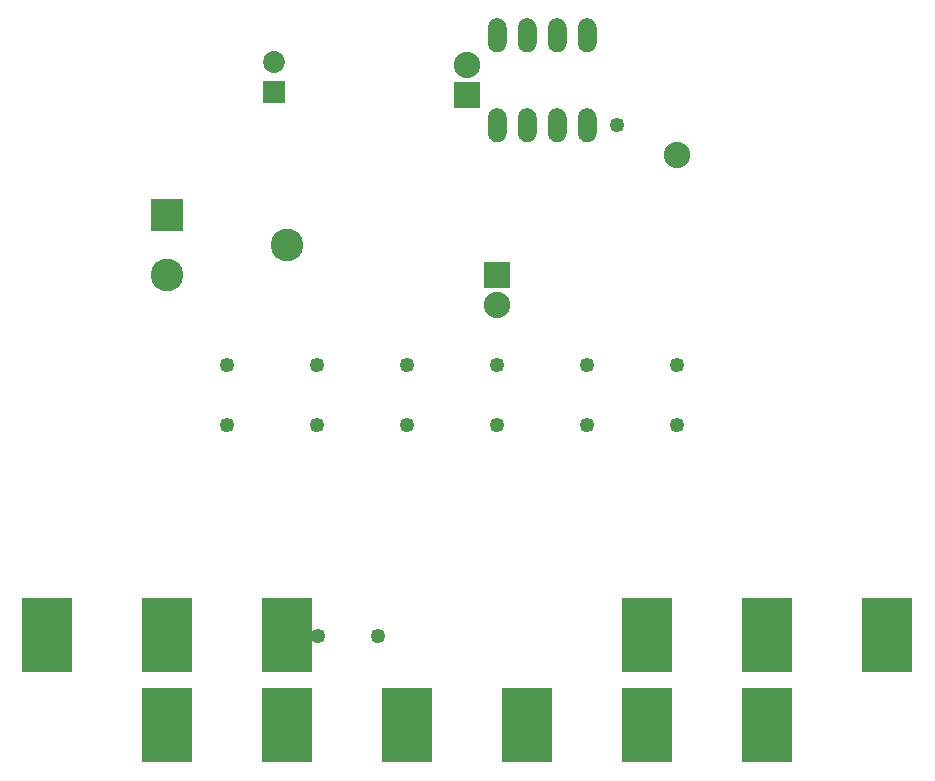
<source format=gbs>
G04 MADE WITH FRITZING*
G04 WWW.FRITZING.ORG*
G04 DOUBLE SIDED*
G04 HOLES PLATED*
G04 CONTOUR ON CENTER OF CONTOUR VECTOR*
%ASAXBY*%
%FSLAX23Y23*%
%MOIN*%
%OFA0B0*%
%SFA1.0B1.0*%
%ADD10C,0.049370*%
%ADD11C,0.109000*%
%ADD12C,0.088000*%
%ADD13C,0.072992*%
%ADD14C,0.062000*%
%ADD15R,0.109000X0.109000*%
%ADD16R,0.088000X0.088000*%
%ADD17R,0.072992X0.072992*%
%ADD18R,0.167480X0.246220*%
%ADD19R,0.001000X0.001000*%
%LNMASK0*%
G90*
G70*
G54D10*
X1299Y449D03*
X1099Y449D03*
G54D11*
X598Y1650D03*
X598Y1850D03*
X998Y1750D03*
G54D12*
X2298Y2050D03*
X2298Y2050D03*
X1598Y2250D03*
X1598Y2350D03*
G54D10*
X2098Y2150D03*
X798Y1350D03*
X798Y1150D03*
X1098Y1350D03*
X1098Y1150D03*
X1398Y1350D03*
X1398Y1150D03*
X1698Y1350D03*
X1698Y1150D03*
X1998Y1350D03*
X1998Y1150D03*
X2298Y1350D03*
X2298Y1150D03*
G54D13*
X953Y2262D03*
X953Y2361D03*
X953Y2262D03*
X953Y2361D03*
G54D14*
X1698Y2150D03*
X1798Y2150D03*
X1798Y2450D03*
X1698Y2450D03*
X1898Y2150D03*
X1998Y2150D03*
X1898Y2450D03*
X1998Y2450D03*
G54D12*
X1698Y1650D03*
X1698Y1550D03*
G54D15*
X598Y1850D03*
G54D16*
X1598Y2250D03*
G54D17*
X953Y2262D03*
X953Y2262D03*
G54D18*
X198Y450D03*
X598Y150D03*
X598Y450D03*
X998Y150D03*
X998Y450D03*
X1398Y150D03*
X2198Y450D03*
X1798Y150D03*
X2598Y450D03*
X2198Y150D03*
X2998Y450D03*
X2598Y150D03*
G54D16*
X1698Y1650D03*
G54D19*
X1692Y2507D02*
X1703Y2507D01*
X1792Y2507D02*
X1803Y2507D01*
X1892Y2507D02*
X1903Y2507D01*
X1992Y2507D02*
X2002Y2507D01*
X1688Y2506D02*
X1706Y2506D01*
X1788Y2506D02*
X1806Y2506D01*
X1888Y2506D02*
X1906Y2506D01*
X1988Y2506D02*
X2006Y2506D01*
X1685Y2505D02*
X1709Y2505D01*
X1785Y2505D02*
X1809Y2505D01*
X1885Y2505D02*
X1909Y2505D01*
X1985Y2505D02*
X2009Y2505D01*
X1683Y2504D02*
X1711Y2504D01*
X1783Y2504D02*
X1811Y2504D01*
X1883Y2504D02*
X1911Y2504D01*
X1983Y2504D02*
X2011Y2504D01*
X1682Y2503D02*
X1713Y2503D01*
X1782Y2503D02*
X1813Y2503D01*
X1882Y2503D02*
X1913Y2503D01*
X1982Y2503D02*
X2013Y2503D01*
X1680Y2502D02*
X1714Y2502D01*
X1780Y2502D02*
X1814Y2502D01*
X1880Y2502D02*
X1914Y2502D01*
X1980Y2502D02*
X2014Y2502D01*
X1679Y2501D02*
X1716Y2501D01*
X1779Y2501D02*
X1816Y2501D01*
X1879Y2501D02*
X1916Y2501D01*
X1979Y2501D02*
X2016Y2501D01*
X1677Y2500D02*
X1717Y2500D01*
X1777Y2500D02*
X1817Y2500D01*
X1877Y2500D02*
X1917Y2500D01*
X1977Y2500D02*
X2017Y2500D01*
X1676Y2499D02*
X1718Y2499D01*
X1776Y2499D02*
X1818Y2499D01*
X1876Y2499D02*
X1918Y2499D01*
X1976Y2499D02*
X2018Y2499D01*
X1675Y2498D02*
X1719Y2498D01*
X1775Y2498D02*
X1819Y2498D01*
X1875Y2498D02*
X1919Y2498D01*
X1975Y2498D02*
X2019Y2498D01*
X1674Y2497D02*
X1720Y2497D01*
X1774Y2497D02*
X1820Y2497D01*
X1874Y2497D02*
X1920Y2497D01*
X1974Y2497D02*
X2020Y2497D01*
X1674Y2496D02*
X1721Y2496D01*
X1774Y2496D02*
X1821Y2496D01*
X1873Y2496D02*
X1921Y2496D01*
X1973Y2496D02*
X2021Y2496D01*
X1673Y2495D02*
X1722Y2495D01*
X1773Y2495D02*
X1822Y2495D01*
X1873Y2495D02*
X1921Y2495D01*
X1973Y2495D02*
X2021Y2495D01*
X1672Y2494D02*
X1722Y2494D01*
X1772Y2494D02*
X1822Y2494D01*
X1872Y2494D02*
X1922Y2494D01*
X1972Y2494D02*
X2022Y2494D01*
X1671Y2493D02*
X1723Y2493D01*
X1771Y2493D02*
X1823Y2493D01*
X1871Y2493D02*
X1923Y2493D01*
X1971Y2493D02*
X2023Y2493D01*
X1671Y2492D02*
X1723Y2492D01*
X1771Y2492D02*
X1823Y2492D01*
X1871Y2492D02*
X1923Y2492D01*
X1971Y2492D02*
X2023Y2492D01*
X1670Y2491D02*
X1724Y2491D01*
X1770Y2491D02*
X1824Y2491D01*
X1870Y2491D02*
X1924Y2491D01*
X1970Y2491D02*
X2024Y2491D01*
X1670Y2490D02*
X1725Y2490D01*
X1770Y2490D02*
X1824Y2490D01*
X1870Y2490D02*
X1924Y2490D01*
X1970Y2490D02*
X2024Y2490D01*
X1669Y2489D02*
X1725Y2489D01*
X1769Y2489D02*
X1825Y2489D01*
X1869Y2489D02*
X1925Y2489D01*
X1969Y2489D02*
X2025Y2489D01*
X1669Y2488D02*
X1725Y2488D01*
X1769Y2488D02*
X1825Y2488D01*
X1869Y2488D02*
X1925Y2488D01*
X1969Y2488D02*
X2025Y2488D01*
X1669Y2487D02*
X1726Y2487D01*
X1769Y2487D02*
X1826Y2487D01*
X1869Y2487D02*
X1926Y2487D01*
X1969Y2487D02*
X2026Y2487D01*
X1668Y2486D02*
X1726Y2486D01*
X1768Y2486D02*
X1826Y2486D01*
X1868Y2486D02*
X1926Y2486D01*
X1968Y2486D02*
X2026Y2486D01*
X1668Y2485D02*
X1726Y2485D01*
X1768Y2485D02*
X1826Y2485D01*
X1868Y2485D02*
X1926Y2485D01*
X1968Y2485D02*
X2026Y2485D01*
X1668Y2484D02*
X1727Y2484D01*
X1768Y2484D02*
X1827Y2484D01*
X1868Y2484D02*
X1927Y2484D01*
X1968Y2484D02*
X2027Y2484D01*
X1667Y2483D02*
X1727Y2483D01*
X1767Y2483D02*
X1827Y2483D01*
X1867Y2483D02*
X1927Y2483D01*
X1967Y2483D02*
X2027Y2483D01*
X1667Y2482D02*
X1727Y2482D01*
X1767Y2482D02*
X1827Y2482D01*
X1867Y2482D02*
X1927Y2482D01*
X1967Y2482D02*
X2027Y2482D01*
X1667Y2481D02*
X1727Y2481D01*
X1767Y2481D02*
X1827Y2481D01*
X1867Y2481D02*
X1927Y2481D01*
X1967Y2481D02*
X2027Y2481D01*
X1667Y2480D02*
X1727Y2480D01*
X1767Y2480D02*
X1827Y2480D01*
X1867Y2480D02*
X1927Y2480D01*
X1967Y2480D02*
X2027Y2480D01*
X1667Y2479D02*
X1728Y2479D01*
X1767Y2479D02*
X1828Y2479D01*
X1867Y2479D02*
X1927Y2479D01*
X1967Y2479D02*
X2027Y2479D01*
X1667Y2478D02*
X1728Y2478D01*
X1767Y2478D02*
X1828Y2478D01*
X1867Y2478D02*
X1928Y2478D01*
X1967Y2478D02*
X2028Y2478D01*
X1667Y2477D02*
X1728Y2477D01*
X1767Y2477D02*
X1828Y2477D01*
X1867Y2477D02*
X1928Y2477D01*
X1967Y2477D02*
X2028Y2477D01*
X1667Y2476D02*
X1728Y2476D01*
X1767Y2476D02*
X1828Y2476D01*
X1867Y2476D02*
X1928Y2476D01*
X1967Y2476D02*
X2028Y2476D01*
X1667Y2475D02*
X1728Y2475D01*
X1767Y2475D02*
X1828Y2475D01*
X1867Y2475D02*
X1928Y2475D01*
X1967Y2475D02*
X2028Y2475D01*
X1667Y2474D02*
X1728Y2474D01*
X1767Y2474D02*
X1828Y2474D01*
X1867Y2474D02*
X1928Y2474D01*
X1967Y2474D02*
X2028Y2474D01*
X1667Y2473D02*
X1728Y2473D01*
X1767Y2473D02*
X1828Y2473D01*
X1867Y2473D02*
X1928Y2473D01*
X1967Y2473D02*
X2028Y2473D01*
X1667Y2472D02*
X1728Y2472D01*
X1767Y2472D02*
X1828Y2472D01*
X1867Y2472D02*
X1928Y2472D01*
X1967Y2472D02*
X2028Y2472D01*
X1667Y2471D02*
X1728Y2471D01*
X1767Y2471D02*
X1828Y2471D01*
X1867Y2471D02*
X1928Y2471D01*
X1967Y2471D02*
X2028Y2471D01*
X1667Y2470D02*
X1728Y2470D01*
X1767Y2470D02*
X1828Y2470D01*
X1867Y2470D02*
X1928Y2470D01*
X1967Y2470D02*
X2028Y2470D01*
X1667Y2469D02*
X1728Y2469D01*
X1767Y2469D02*
X1828Y2469D01*
X1867Y2469D02*
X1928Y2469D01*
X1967Y2469D02*
X2028Y2469D01*
X1667Y2468D02*
X1728Y2468D01*
X1767Y2468D02*
X1828Y2468D01*
X1867Y2468D02*
X1928Y2468D01*
X1967Y2468D02*
X2028Y2468D01*
X1667Y2467D02*
X1728Y2467D01*
X1767Y2467D02*
X1828Y2467D01*
X1867Y2467D02*
X1928Y2467D01*
X1967Y2467D02*
X2028Y2467D01*
X1667Y2466D02*
X1728Y2466D01*
X1767Y2466D02*
X1828Y2466D01*
X1867Y2466D02*
X1928Y2466D01*
X1967Y2466D02*
X2028Y2466D01*
X1667Y2465D02*
X1728Y2465D01*
X1767Y2465D02*
X1828Y2465D01*
X1867Y2465D02*
X1928Y2465D01*
X1967Y2465D02*
X2028Y2465D01*
X1667Y2464D02*
X1728Y2464D01*
X1767Y2464D02*
X1828Y2464D01*
X1867Y2464D02*
X1928Y2464D01*
X1967Y2464D02*
X2028Y2464D01*
X1667Y2463D02*
X1728Y2463D01*
X1767Y2463D02*
X1828Y2463D01*
X1867Y2463D02*
X1928Y2463D01*
X1967Y2463D02*
X2028Y2463D01*
X1667Y2462D02*
X1728Y2462D01*
X1767Y2462D02*
X1828Y2462D01*
X1867Y2462D02*
X1928Y2462D01*
X1967Y2462D02*
X2028Y2462D01*
X1667Y2461D02*
X1693Y2461D01*
X1701Y2461D02*
X1728Y2461D01*
X1767Y2461D02*
X1793Y2461D01*
X1801Y2461D02*
X1828Y2461D01*
X1867Y2461D02*
X1893Y2461D01*
X1901Y2461D02*
X1928Y2461D01*
X1967Y2461D02*
X1993Y2461D01*
X2001Y2461D02*
X2028Y2461D01*
X1667Y2460D02*
X1691Y2460D01*
X1703Y2460D02*
X1728Y2460D01*
X1767Y2460D02*
X1791Y2460D01*
X1803Y2460D02*
X1828Y2460D01*
X1867Y2460D02*
X1891Y2460D01*
X1903Y2460D02*
X1928Y2460D01*
X1967Y2460D02*
X1991Y2460D01*
X2003Y2460D02*
X2028Y2460D01*
X1667Y2459D02*
X1690Y2459D01*
X1705Y2459D02*
X1728Y2459D01*
X1767Y2459D02*
X1790Y2459D01*
X1805Y2459D02*
X1828Y2459D01*
X1867Y2459D02*
X1890Y2459D01*
X1905Y2459D02*
X1928Y2459D01*
X1967Y2459D02*
X1990Y2459D01*
X2005Y2459D02*
X2028Y2459D01*
X1667Y2458D02*
X1689Y2458D01*
X1706Y2458D02*
X1728Y2458D01*
X1767Y2458D02*
X1789Y2458D01*
X1806Y2458D02*
X1828Y2458D01*
X1867Y2458D02*
X1889Y2458D01*
X1906Y2458D02*
X1928Y2458D01*
X1967Y2458D02*
X1988Y2458D01*
X2006Y2458D02*
X2028Y2458D01*
X1667Y2457D02*
X1688Y2457D01*
X1707Y2457D02*
X1728Y2457D01*
X1767Y2457D02*
X1788Y2457D01*
X1807Y2457D02*
X1828Y2457D01*
X1867Y2457D02*
X1888Y2457D01*
X1907Y2457D02*
X1928Y2457D01*
X1967Y2457D02*
X1988Y2457D01*
X2007Y2457D02*
X2028Y2457D01*
X1667Y2456D02*
X1687Y2456D01*
X1707Y2456D02*
X1728Y2456D01*
X1767Y2456D02*
X1787Y2456D01*
X1807Y2456D02*
X1828Y2456D01*
X1867Y2456D02*
X1887Y2456D01*
X1907Y2456D02*
X1928Y2456D01*
X1967Y2456D02*
X1987Y2456D01*
X2007Y2456D02*
X2028Y2456D01*
X1667Y2455D02*
X1687Y2455D01*
X1708Y2455D02*
X1728Y2455D01*
X1767Y2455D02*
X1786Y2455D01*
X1808Y2455D02*
X1828Y2455D01*
X1867Y2455D02*
X1886Y2455D01*
X1908Y2455D02*
X1928Y2455D01*
X1967Y2455D02*
X1986Y2455D01*
X2008Y2455D02*
X2028Y2455D01*
X1667Y2454D02*
X1686Y2454D01*
X1708Y2454D02*
X1728Y2454D01*
X1767Y2454D02*
X1786Y2454D01*
X1808Y2454D02*
X1828Y2454D01*
X1867Y2454D02*
X1886Y2454D01*
X1908Y2454D02*
X1928Y2454D01*
X1967Y2454D02*
X1986Y2454D01*
X2008Y2454D02*
X2028Y2454D01*
X1667Y2453D02*
X1686Y2453D01*
X1708Y2453D02*
X1728Y2453D01*
X1767Y2453D02*
X1786Y2453D01*
X1808Y2453D02*
X1828Y2453D01*
X1867Y2453D02*
X1886Y2453D01*
X1908Y2453D02*
X1928Y2453D01*
X1967Y2453D02*
X1986Y2453D01*
X2008Y2453D02*
X2028Y2453D01*
X1667Y2452D02*
X1686Y2452D01*
X1709Y2452D02*
X1728Y2452D01*
X1767Y2452D02*
X1786Y2452D01*
X1809Y2452D02*
X1828Y2452D01*
X1867Y2452D02*
X1886Y2452D01*
X1909Y2452D02*
X1928Y2452D01*
X1967Y2452D02*
X1986Y2452D01*
X2008Y2452D02*
X2028Y2452D01*
X1667Y2451D02*
X1686Y2451D01*
X1709Y2451D02*
X1728Y2451D01*
X1767Y2451D02*
X1786Y2451D01*
X1809Y2451D02*
X1828Y2451D01*
X1867Y2451D02*
X1886Y2451D01*
X1909Y2451D02*
X1928Y2451D01*
X1967Y2451D02*
X1986Y2451D01*
X2009Y2451D02*
X2028Y2451D01*
X1667Y2450D02*
X1686Y2450D01*
X1709Y2450D02*
X1728Y2450D01*
X1767Y2450D02*
X1786Y2450D01*
X1809Y2450D02*
X1828Y2450D01*
X1867Y2450D02*
X1886Y2450D01*
X1909Y2450D02*
X1928Y2450D01*
X1967Y2450D02*
X1986Y2450D01*
X2009Y2450D02*
X2028Y2450D01*
X1667Y2449D02*
X1686Y2449D01*
X1709Y2449D02*
X1728Y2449D01*
X1767Y2449D02*
X1786Y2449D01*
X1809Y2449D02*
X1828Y2449D01*
X1867Y2449D02*
X1886Y2449D01*
X1908Y2449D02*
X1928Y2449D01*
X1967Y2449D02*
X1986Y2449D01*
X2008Y2449D02*
X2028Y2449D01*
X1667Y2448D02*
X1686Y2448D01*
X1708Y2448D02*
X1728Y2448D01*
X1767Y2448D02*
X1786Y2448D01*
X1808Y2448D02*
X1828Y2448D01*
X1867Y2448D02*
X1886Y2448D01*
X1908Y2448D02*
X1928Y2448D01*
X1967Y2448D02*
X1986Y2448D01*
X2008Y2448D02*
X2028Y2448D01*
X1667Y2447D02*
X1686Y2447D01*
X1708Y2447D02*
X1728Y2447D01*
X1767Y2447D02*
X1786Y2447D01*
X1808Y2447D02*
X1828Y2447D01*
X1867Y2447D02*
X1886Y2447D01*
X1908Y2447D02*
X1928Y2447D01*
X1967Y2447D02*
X1986Y2447D01*
X2008Y2447D02*
X2028Y2447D01*
X1667Y2446D02*
X1687Y2446D01*
X1708Y2446D02*
X1728Y2446D01*
X1767Y2446D02*
X1787Y2446D01*
X1808Y2446D02*
X1828Y2446D01*
X1867Y2446D02*
X1887Y2446D01*
X1908Y2446D02*
X1928Y2446D01*
X1967Y2446D02*
X1987Y2446D01*
X2008Y2446D02*
X2028Y2446D01*
X1667Y2445D02*
X1687Y2445D01*
X1707Y2445D02*
X1728Y2445D01*
X1767Y2445D02*
X1787Y2445D01*
X1807Y2445D02*
X1828Y2445D01*
X1867Y2445D02*
X1887Y2445D01*
X1907Y2445D02*
X1928Y2445D01*
X1967Y2445D02*
X1987Y2445D01*
X2007Y2445D02*
X2028Y2445D01*
X1667Y2444D02*
X1688Y2444D01*
X1706Y2444D02*
X1728Y2444D01*
X1767Y2444D02*
X1788Y2444D01*
X1806Y2444D02*
X1828Y2444D01*
X1867Y2444D02*
X1888Y2444D01*
X1906Y2444D02*
X1928Y2444D01*
X1967Y2444D02*
X1988Y2444D01*
X2006Y2444D02*
X2028Y2444D01*
X1667Y2443D02*
X1689Y2443D01*
X1706Y2443D02*
X1728Y2443D01*
X1767Y2443D02*
X1789Y2443D01*
X1806Y2443D02*
X1828Y2443D01*
X1867Y2443D02*
X1889Y2443D01*
X1906Y2443D02*
X1928Y2443D01*
X1967Y2443D02*
X1989Y2443D01*
X2005Y2443D02*
X2028Y2443D01*
X1667Y2442D02*
X1690Y2442D01*
X1704Y2442D02*
X1728Y2442D01*
X1767Y2442D02*
X1790Y2442D01*
X1804Y2442D02*
X1828Y2442D01*
X1867Y2442D02*
X1890Y2442D01*
X1904Y2442D02*
X1928Y2442D01*
X1967Y2442D02*
X1990Y2442D01*
X2004Y2442D02*
X2028Y2442D01*
X1667Y2441D02*
X1691Y2441D01*
X1703Y2441D02*
X1728Y2441D01*
X1767Y2441D02*
X1791Y2441D01*
X1803Y2441D02*
X1828Y2441D01*
X1867Y2441D02*
X1891Y2441D01*
X1903Y2441D02*
X1928Y2441D01*
X1967Y2441D02*
X1991Y2441D01*
X2003Y2441D02*
X2028Y2441D01*
X1667Y2440D02*
X1694Y2440D01*
X1701Y2440D02*
X1728Y2440D01*
X1767Y2440D02*
X1794Y2440D01*
X1801Y2440D02*
X1828Y2440D01*
X1867Y2440D02*
X1894Y2440D01*
X1901Y2440D02*
X1928Y2440D01*
X1967Y2440D02*
X1994Y2440D01*
X2001Y2440D02*
X2028Y2440D01*
X1667Y2439D02*
X1728Y2439D01*
X1767Y2439D02*
X1828Y2439D01*
X1867Y2439D02*
X1928Y2439D01*
X1967Y2439D02*
X2028Y2439D01*
X1667Y2438D02*
X1728Y2438D01*
X1767Y2438D02*
X1828Y2438D01*
X1867Y2438D02*
X1928Y2438D01*
X1967Y2438D02*
X2028Y2438D01*
X1667Y2437D02*
X1728Y2437D01*
X1767Y2437D02*
X1828Y2437D01*
X1867Y2437D02*
X1928Y2437D01*
X1967Y2437D02*
X2028Y2437D01*
X1667Y2436D02*
X1728Y2436D01*
X1767Y2436D02*
X1828Y2436D01*
X1867Y2436D02*
X1928Y2436D01*
X1967Y2436D02*
X2028Y2436D01*
X1667Y2435D02*
X1728Y2435D01*
X1767Y2435D02*
X1828Y2435D01*
X1867Y2435D02*
X1928Y2435D01*
X1967Y2435D02*
X2028Y2435D01*
X1667Y2434D02*
X1728Y2434D01*
X1767Y2434D02*
X1828Y2434D01*
X1867Y2434D02*
X1928Y2434D01*
X1967Y2434D02*
X2028Y2434D01*
X1667Y2433D02*
X1728Y2433D01*
X1767Y2433D02*
X1828Y2433D01*
X1867Y2433D02*
X1928Y2433D01*
X1967Y2433D02*
X2028Y2433D01*
X1667Y2432D02*
X1728Y2432D01*
X1767Y2432D02*
X1828Y2432D01*
X1867Y2432D02*
X1928Y2432D01*
X1967Y2432D02*
X2028Y2432D01*
X1667Y2431D02*
X1728Y2431D01*
X1767Y2431D02*
X1828Y2431D01*
X1867Y2431D02*
X1928Y2431D01*
X1967Y2431D02*
X2028Y2431D01*
X1667Y2430D02*
X1728Y2430D01*
X1767Y2430D02*
X1828Y2430D01*
X1867Y2430D02*
X1928Y2430D01*
X1967Y2430D02*
X2028Y2430D01*
X1667Y2429D02*
X1728Y2429D01*
X1767Y2429D02*
X1828Y2429D01*
X1867Y2429D02*
X1928Y2429D01*
X1967Y2429D02*
X2028Y2429D01*
X1667Y2428D02*
X1728Y2428D01*
X1767Y2428D02*
X1828Y2428D01*
X1867Y2428D02*
X1928Y2428D01*
X1967Y2428D02*
X2028Y2428D01*
X1667Y2427D02*
X1728Y2427D01*
X1767Y2427D02*
X1828Y2427D01*
X1867Y2427D02*
X1928Y2427D01*
X1967Y2427D02*
X2028Y2427D01*
X1667Y2426D02*
X1728Y2426D01*
X1767Y2426D02*
X1828Y2426D01*
X1867Y2426D02*
X1928Y2426D01*
X1967Y2426D02*
X2028Y2426D01*
X1667Y2425D02*
X1728Y2425D01*
X1767Y2425D02*
X1828Y2425D01*
X1867Y2425D02*
X1928Y2425D01*
X1967Y2425D02*
X2028Y2425D01*
X1667Y2424D02*
X1728Y2424D01*
X1767Y2424D02*
X1828Y2424D01*
X1867Y2424D02*
X1928Y2424D01*
X1967Y2424D02*
X2028Y2424D01*
X1667Y2423D02*
X1728Y2423D01*
X1767Y2423D02*
X1828Y2423D01*
X1867Y2423D02*
X1928Y2423D01*
X1967Y2423D02*
X2028Y2423D01*
X1667Y2422D02*
X1728Y2422D01*
X1767Y2422D02*
X1827Y2422D01*
X1867Y2422D02*
X1927Y2422D01*
X1967Y2422D02*
X2027Y2422D01*
X1667Y2421D02*
X1727Y2421D01*
X1767Y2421D02*
X1827Y2421D01*
X1867Y2421D02*
X1927Y2421D01*
X1967Y2421D02*
X2027Y2421D01*
X1667Y2420D02*
X1727Y2420D01*
X1767Y2420D02*
X1827Y2420D01*
X1867Y2420D02*
X1927Y2420D01*
X1967Y2420D02*
X2027Y2420D01*
X1667Y2419D02*
X1727Y2419D01*
X1767Y2419D02*
X1827Y2419D01*
X1867Y2419D02*
X1927Y2419D01*
X1967Y2419D02*
X2027Y2419D01*
X1667Y2418D02*
X1727Y2418D01*
X1767Y2418D02*
X1827Y2418D01*
X1867Y2418D02*
X1927Y2418D01*
X1967Y2418D02*
X2027Y2418D01*
X1668Y2417D02*
X1727Y2417D01*
X1768Y2417D02*
X1827Y2417D01*
X1868Y2417D02*
X1927Y2417D01*
X1968Y2417D02*
X2027Y2417D01*
X1668Y2416D02*
X1726Y2416D01*
X1768Y2416D02*
X1826Y2416D01*
X1868Y2416D02*
X1926Y2416D01*
X1968Y2416D02*
X2026Y2416D01*
X1668Y2415D02*
X1726Y2415D01*
X1768Y2415D02*
X1826Y2415D01*
X1868Y2415D02*
X1926Y2415D01*
X1968Y2415D02*
X2026Y2415D01*
X1669Y2414D02*
X1726Y2414D01*
X1769Y2414D02*
X1826Y2414D01*
X1869Y2414D02*
X1926Y2414D01*
X1969Y2414D02*
X2026Y2414D01*
X1669Y2413D02*
X1725Y2413D01*
X1769Y2413D02*
X1825Y2413D01*
X1869Y2413D02*
X1925Y2413D01*
X1969Y2413D02*
X2025Y2413D01*
X1669Y2412D02*
X1725Y2412D01*
X1769Y2412D02*
X1825Y2412D01*
X1869Y2412D02*
X1925Y2412D01*
X1969Y2412D02*
X2025Y2412D01*
X1670Y2411D02*
X1724Y2411D01*
X1770Y2411D02*
X1824Y2411D01*
X1870Y2411D02*
X1924Y2411D01*
X1970Y2411D02*
X2024Y2411D01*
X1670Y2410D02*
X1724Y2410D01*
X1770Y2410D02*
X1824Y2410D01*
X1870Y2410D02*
X1924Y2410D01*
X1970Y2410D02*
X2024Y2410D01*
X1671Y2409D02*
X1723Y2409D01*
X1771Y2409D02*
X1823Y2409D01*
X1871Y2409D02*
X1923Y2409D01*
X1971Y2409D02*
X2023Y2409D01*
X1672Y2408D02*
X1723Y2408D01*
X1772Y2408D02*
X1823Y2408D01*
X1872Y2408D02*
X1923Y2408D01*
X1972Y2408D02*
X2023Y2408D01*
X1672Y2407D02*
X1722Y2407D01*
X1772Y2407D02*
X1822Y2407D01*
X1872Y2407D02*
X1922Y2407D01*
X1972Y2407D02*
X2022Y2407D01*
X1673Y2406D02*
X1721Y2406D01*
X1773Y2406D02*
X1821Y2406D01*
X1873Y2406D02*
X1921Y2406D01*
X1973Y2406D02*
X2021Y2406D01*
X1674Y2405D02*
X1721Y2405D01*
X1774Y2405D02*
X1821Y2405D01*
X1874Y2405D02*
X1921Y2405D01*
X1974Y2405D02*
X2021Y2405D01*
X1675Y2404D02*
X1720Y2404D01*
X1775Y2404D02*
X1820Y2404D01*
X1875Y2404D02*
X1920Y2404D01*
X1975Y2404D02*
X2020Y2404D01*
X1675Y2403D02*
X1719Y2403D01*
X1775Y2403D02*
X1819Y2403D01*
X1875Y2403D02*
X1919Y2403D01*
X1975Y2403D02*
X2019Y2403D01*
X1677Y2402D02*
X1718Y2402D01*
X1777Y2402D02*
X1818Y2402D01*
X1877Y2402D02*
X1918Y2402D01*
X1977Y2402D02*
X2018Y2402D01*
X1678Y2401D02*
X1717Y2401D01*
X1778Y2401D02*
X1817Y2401D01*
X1878Y2401D02*
X1917Y2401D01*
X1978Y2401D02*
X2017Y2401D01*
X1679Y2400D02*
X1715Y2400D01*
X1779Y2400D02*
X1815Y2400D01*
X1879Y2400D02*
X1915Y2400D01*
X1979Y2400D02*
X2015Y2400D01*
X1680Y2399D02*
X1714Y2399D01*
X1780Y2399D02*
X1814Y2399D01*
X1880Y2399D02*
X1914Y2399D01*
X1980Y2399D02*
X2014Y2399D01*
X1682Y2398D02*
X1712Y2398D01*
X1782Y2398D02*
X1812Y2398D01*
X1882Y2398D02*
X1912Y2398D01*
X1982Y2398D02*
X2012Y2398D01*
X1684Y2397D02*
X1710Y2397D01*
X1784Y2397D02*
X1810Y2397D01*
X1884Y2397D02*
X1910Y2397D01*
X1984Y2397D02*
X2010Y2397D01*
X1686Y2396D02*
X1708Y2396D01*
X1786Y2396D02*
X1808Y2396D01*
X1886Y2396D02*
X1908Y2396D01*
X1986Y2396D02*
X2008Y2396D01*
X1689Y2395D02*
X1705Y2395D01*
X1789Y2395D02*
X1805Y2395D01*
X1889Y2395D02*
X1905Y2395D01*
X1989Y2395D02*
X2005Y2395D01*
X1693Y2394D02*
X1701Y2394D01*
X1793Y2394D02*
X1801Y2394D01*
X1893Y2394D02*
X1901Y2394D01*
X1993Y2394D02*
X2001Y2394D01*
X1691Y2207D02*
X1703Y2207D01*
X1791Y2207D02*
X1803Y2207D01*
X1891Y2207D02*
X1903Y2207D01*
X1991Y2207D02*
X2003Y2207D01*
X1688Y2206D02*
X1706Y2206D01*
X1788Y2206D02*
X1806Y2206D01*
X1888Y2206D02*
X1906Y2206D01*
X1988Y2206D02*
X2006Y2206D01*
X1685Y2205D02*
X1709Y2205D01*
X1785Y2205D02*
X1809Y2205D01*
X1885Y2205D02*
X1909Y2205D01*
X1985Y2205D02*
X2009Y2205D01*
X1683Y2204D02*
X1711Y2204D01*
X1783Y2204D02*
X1811Y2204D01*
X1883Y2204D02*
X1911Y2204D01*
X1983Y2204D02*
X2011Y2204D01*
X1681Y2203D02*
X1713Y2203D01*
X1781Y2203D02*
X1813Y2203D01*
X1881Y2203D02*
X1913Y2203D01*
X1981Y2203D02*
X2013Y2203D01*
X1680Y2202D02*
X1714Y2202D01*
X1780Y2202D02*
X1814Y2202D01*
X1880Y2202D02*
X1914Y2202D01*
X1980Y2202D02*
X2014Y2202D01*
X1679Y2201D02*
X1716Y2201D01*
X1779Y2201D02*
X1816Y2201D01*
X1878Y2201D02*
X1916Y2201D01*
X1978Y2201D02*
X2016Y2201D01*
X1677Y2200D02*
X1717Y2200D01*
X1777Y2200D02*
X1817Y2200D01*
X1877Y2200D02*
X1917Y2200D01*
X1977Y2200D02*
X2017Y2200D01*
X1676Y2199D02*
X1718Y2199D01*
X1776Y2199D02*
X1818Y2199D01*
X1876Y2199D02*
X1918Y2199D01*
X1976Y2199D02*
X2018Y2199D01*
X1675Y2198D02*
X1719Y2198D01*
X1775Y2198D02*
X1819Y2198D01*
X1875Y2198D02*
X1919Y2198D01*
X1975Y2198D02*
X2019Y2198D01*
X1674Y2197D02*
X1720Y2197D01*
X1774Y2197D02*
X1820Y2197D01*
X1874Y2197D02*
X1920Y2197D01*
X1974Y2197D02*
X2020Y2197D01*
X1673Y2196D02*
X1721Y2196D01*
X1773Y2196D02*
X1821Y2196D01*
X1873Y2196D02*
X1921Y2196D01*
X1973Y2196D02*
X2021Y2196D01*
X1673Y2195D02*
X1722Y2195D01*
X1773Y2195D02*
X1822Y2195D01*
X1873Y2195D02*
X1922Y2195D01*
X1973Y2195D02*
X2022Y2195D01*
X1672Y2194D02*
X1722Y2194D01*
X1772Y2194D02*
X1822Y2194D01*
X1872Y2194D02*
X1922Y2194D01*
X1972Y2194D02*
X2022Y2194D01*
X1671Y2193D02*
X1723Y2193D01*
X1771Y2193D02*
X1823Y2193D01*
X1871Y2193D02*
X1923Y2193D01*
X1971Y2193D02*
X2023Y2193D01*
X1671Y2192D02*
X1724Y2192D01*
X1771Y2192D02*
X1823Y2192D01*
X1871Y2192D02*
X1923Y2192D01*
X1971Y2192D02*
X2023Y2192D01*
X1670Y2191D02*
X1724Y2191D01*
X1770Y2191D02*
X1824Y2191D01*
X1870Y2191D02*
X1924Y2191D01*
X1970Y2191D02*
X2024Y2191D01*
X1670Y2190D02*
X1725Y2190D01*
X1770Y2190D02*
X1825Y2190D01*
X1870Y2190D02*
X1924Y2190D01*
X1970Y2190D02*
X2024Y2190D01*
X1669Y2189D02*
X1725Y2189D01*
X1769Y2189D02*
X1825Y2189D01*
X1869Y2189D02*
X1925Y2189D01*
X1969Y2189D02*
X2025Y2189D01*
X1669Y2188D02*
X1725Y2188D01*
X1769Y2188D02*
X1825Y2188D01*
X1869Y2188D02*
X1925Y2188D01*
X1969Y2188D02*
X2025Y2188D01*
X1669Y2187D02*
X1726Y2187D01*
X1769Y2187D02*
X1826Y2187D01*
X1869Y2187D02*
X1926Y2187D01*
X1969Y2187D02*
X2026Y2187D01*
X1668Y2186D02*
X1726Y2186D01*
X1768Y2186D02*
X1826Y2186D01*
X1868Y2186D02*
X1926Y2186D01*
X1968Y2186D02*
X2026Y2186D01*
X1668Y2185D02*
X1726Y2185D01*
X1768Y2185D02*
X1826Y2185D01*
X1868Y2185D02*
X1926Y2185D01*
X1968Y2185D02*
X2026Y2185D01*
X1668Y2184D02*
X1727Y2184D01*
X1768Y2184D02*
X1827Y2184D01*
X1868Y2184D02*
X1927Y2184D01*
X1968Y2184D02*
X2027Y2184D01*
X1667Y2183D02*
X1727Y2183D01*
X1767Y2183D02*
X1827Y2183D01*
X1867Y2183D02*
X1927Y2183D01*
X1967Y2183D02*
X2027Y2183D01*
X1667Y2182D02*
X1727Y2182D01*
X1767Y2182D02*
X1827Y2182D01*
X1867Y2182D02*
X1927Y2182D01*
X1967Y2182D02*
X2027Y2182D01*
X1667Y2181D02*
X1727Y2181D01*
X1767Y2181D02*
X1827Y2181D01*
X1867Y2181D02*
X1927Y2181D01*
X1967Y2181D02*
X2027Y2181D01*
X1667Y2180D02*
X1727Y2180D01*
X1767Y2180D02*
X1827Y2180D01*
X1867Y2180D02*
X1927Y2180D01*
X1967Y2180D02*
X2027Y2180D01*
X1667Y2179D02*
X1728Y2179D01*
X1767Y2179D02*
X1828Y2179D01*
X1867Y2179D02*
X1927Y2179D01*
X1967Y2179D02*
X2027Y2179D01*
X1667Y2178D02*
X1728Y2178D01*
X1767Y2178D02*
X1828Y2178D01*
X1867Y2178D02*
X1928Y2178D01*
X1967Y2178D02*
X2028Y2178D01*
X1667Y2177D02*
X1728Y2177D01*
X1767Y2177D02*
X1828Y2177D01*
X1867Y2177D02*
X1928Y2177D01*
X1967Y2177D02*
X2028Y2177D01*
X1667Y2176D02*
X1728Y2176D01*
X1767Y2176D02*
X1828Y2176D01*
X1867Y2176D02*
X1928Y2176D01*
X1967Y2176D02*
X2028Y2176D01*
X1667Y2175D02*
X1728Y2175D01*
X1767Y2175D02*
X1828Y2175D01*
X1867Y2175D02*
X1928Y2175D01*
X1967Y2175D02*
X2028Y2175D01*
X1667Y2174D02*
X1728Y2174D01*
X1767Y2174D02*
X1828Y2174D01*
X1867Y2174D02*
X1928Y2174D01*
X1967Y2174D02*
X2028Y2174D01*
X1667Y2173D02*
X1728Y2173D01*
X1767Y2173D02*
X1828Y2173D01*
X1867Y2173D02*
X1928Y2173D01*
X1967Y2173D02*
X2028Y2173D01*
X1667Y2172D02*
X1728Y2172D01*
X1767Y2172D02*
X1828Y2172D01*
X1867Y2172D02*
X1928Y2172D01*
X1967Y2172D02*
X2028Y2172D01*
X1667Y2171D02*
X1728Y2171D01*
X1767Y2171D02*
X1828Y2171D01*
X1867Y2171D02*
X1928Y2171D01*
X1967Y2171D02*
X2028Y2171D01*
X1667Y2170D02*
X1728Y2170D01*
X1767Y2170D02*
X1828Y2170D01*
X1867Y2170D02*
X1928Y2170D01*
X1967Y2170D02*
X2028Y2170D01*
X1667Y2169D02*
X1728Y2169D01*
X1767Y2169D02*
X1828Y2169D01*
X1867Y2169D02*
X1928Y2169D01*
X1967Y2169D02*
X2028Y2169D01*
X1667Y2168D02*
X1728Y2168D01*
X1767Y2168D02*
X1828Y2168D01*
X1867Y2168D02*
X1928Y2168D01*
X1967Y2168D02*
X2028Y2168D01*
X1667Y2167D02*
X1728Y2167D01*
X1767Y2167D02*
X1828Y2167D01*
X1867Y2167D02*
X1928Y2167D01*
X1967Y2167D02*
X2028Y2167D01*
X1667Y2166D02*
X1728Y2166D01*
X1767Y2166D02*
X1828Y2166D01*
X1867Y2166D02*
X1928Y2166D01*
X1967Y2166D02*
X2028Y2166D01*
X1667Y2165D02*
X1728Y2165D01*
X1767Y2165D02*
X1828Y2165D01*
X1867Y2165D02*
X1928Y2165D01*
X1967Y2165D02*
X2028Y2165D01*
X1667Y2164D02*
X1728Y2164D01*
X1767Y2164D02*
X1828Y2164D01*
X1867Y2164D02*
X1928Y2164D01*
X1967Y2164D02*
X2028Y2164D01*
X1667Y2163D02*
X1728Y2163D01*
X1767Y2163D02*
X1828Y2163D01*
X1867Y2163D02*
X1928Y2163D01*
X1967Y2163D02*
X2028Y2163D01*
X1667Y2162D02*
X1728Y2162D01*
X1767Y2162D02*
X1828Y2162D01*
X1867Y2162D02*
X1928Y2162D01*
X1967Y2162D02*
X2028Y2162D01*
X1667Y2161D02*
X1693Y2161D01*
X1702Y2161D02*
X1728Y2161D01*
X1767Y2161D02*
X1793Y2161D01*
X1802Y2161D02*
X1828Y2161D01*
X1867Y2161D02*
X1893Y2161D01*
X1902Y2161D02*
X1928Y2161D01*
X1967Y2161D02*
X1993Y2161D01*
X2002Y2161D02*
X2028Y2161D01*
X1667Y2160D02*
X1691Y2160D01*
X1704Y2160D02*
X1728Y2160D01*
X1767Y2160D02*
X1791Y2160D01*
X1804Y2160D02*
X1828Y2160D01*
X1867Y2160D02*
X1891Y2160D01*
X1904Y2160D02*
X1928Y2160D01*
X1967Y2160D02*
X1991Y2160D01*
X2004Y2160D02*
X2028Y2160D01*
X1667Y2159D02*
X1690Y2159D01*
X1705Y2159D02*
X1728Y2159D01*
X1767Y2159D02*
X1789Y2159D01*
X1805Y2159D02*
X1828Y2159D01*
X1867Y2159D02*
X1889Y2159D01*
X1905Y2159D02*
X1928Y2159D01*
X1967Y2159D02*
X1989Y2159D01*
X2005Y2159D02*
X2028Y2159D01*
X1667Y2158D02*
X1688Y2158D01*
X1706Y2158D02*
X1728Y2158D01*
X1767Y2158D02*
X1788Y2158D01*
X1806Y2158D02*
X1828Y2158D01*
X1867Y2158D02*
X1888Y2158D01*
X1906Y2158D02*
X1928Y2158D01*
X1967Y2158D02*
X1988Y2158D01*
X2006Y2158D02*
X2028Y2158D01*
X1667Y2157D02*
X1688Y2157D01*
X1707Y2157D02*
X1728Y2157D01*
X1767Y2157D02*
X1788Y2157D01*
X1807Y2157D02*
X1828Y2157D01*
X1867Y2157D02*
X1888Y2157D01*
X1907Y2157D02*
X1928Y2157D01*
X1967Y2157D02*
X1988Y2157D01*
X2007Y2157D02*
X2028Y2157D01*
X1667Y2156D02*
X1687Y2156D01*
X1707Y2156D02*
X1728Y2156D01*
X1767Y2156D02*
X1787Y2156D01*
X1807Y2156D02*
X1828Y2156D01*
X1867Y2156D02*
X1887Y2156D01*
X1907Y2156D02*
X1928Y2156D01*
X1967Y2156D02*
X1987Y2156D01*
X2007Y2156D02*
X2028Y2156D01*
X1667Y2155D02*
X1686Y2155D01*
X1708Y2155D02*
X1728Y2155D01*
X1767Y2155D02*
X1786Y2155D01*
X1808Y2155D02*
X1828Y2155D01*
X1867Y2155D02*
X1886Y2155D01*
X1908Y2155D02*
X1928Y2155D01*
X1967Y2155D02*
X1986Y2155D01*
X2008Y2155D02*
X2028Y2155D01*
X1667Y2154D02*
X1686Y2154D01*
X1708Y2154D02*
X1728Y2154D01*
X1767Y2154D02*
X1786Y2154D01*
X1808Y2154D02*
X1828Y2154D01*
X1867Y2154D02*
X1886Y2154D01*
X1908Y2154D02*
X1928Y2154D01*
X1967Y2154D02*
X1986Y2154D01*
X2008Y2154D02*
X2028Y2154D01*
X1667Y2153D02*
X1686Y2153D01*
X1708Y2153D02*
X1728Y2153D01*
X1767Y2153D02*
X1786Y2153D01*
X1808Y2153D02*
X1828Y2153D01*
X1867Y2153D02*
X1886Y2153D01*
X1908Y2153D02*
X1928Y2153D01*
X1967Y2153D02*
X1986Y2153D01*
X2008Y2153D02*
X2028Y2153D01*
X1667Y2152D02*
X1686Y2152D01*
X1709Y2152D02*
X1728Y2152D01*
X1767Y2152D02*
X1786Y2152D01*
X1809Y2152D02*
X1828Y2152D01*
X1867Y2152D02*
X1886Y2152D01*
X1909Y2152D02*
X1928Y2152D01*
X1967Y2152D02*
X1986Y2152D01*
X2008Y2152D02*
X2028Y2152D01*
X1667Y2151D02*
X1686Y2151D01*
X1709Y2151D02*
X1728Y2151D01*
X1767Y2151D02*
X1786Y2151D01*
X1809Y2151D02*
X1828Y2151D01*
X1867Y2151D02*
X1886Y2151D01*
X1909Y2151D02*
X1928Y2151D01*
X1967Y2151D02*
X1986Y2151D01*
X2009Y2151D02*
X2028Y2151D01*
X1667Y2150D02*
X1686Y2150D01*
X1709Y2150D02*
X1728Y2150D01*
X1767Y2150D02*
X1786Y2150D01*
X1809Y2150D02*
X1828Y2150D01*
X1867Y2150D02*
X1886Y2150D01*
X1909Y2150D02*
X1928Y2150D01*
X1967Y2150D02*
X1986Y2150D01*
X2009Y2150D02*
X2028Y2150D01*
X1667Y2149D02*
X1686Y2149D01*
X1709Y2149D02*
X1728Y2149D01*
X1767Y2149D02*
X1786Y2149D01*
X1809Y2149D02*
X1828Y2149D01*
X1867Y2149D02*
X1886Y2149D01*
X1908Y2149D02*
X1928Y2149D01*
X1967Y2149D02*
X1986Y2149D01*
X2008Y2149D02*
X2028Y2149D01*
X1667Y2148D02*
X1686Y2148D01*
X1708Y2148D02*
X1728Y2148D01*
X1767Y2148D02*
X1786Y2148D01*
X1808Y2148D02*
X1828Y2148D01*
X1867Y2148D02*
X1886Y2148D01*
X1908Y2148D02*
X1928Y2148D01*
X1967Y2148D02*
X1986Y2148D01*
X2008Y2148D02*
X2028Y2148D01*
X1667Y2147D02*
X1686Y2147D01*
X1708Y2147D02*
X1728Y2147D01*
X1767Y2147D02*
X1786Y2147D01*
X1808Y2147D02*
X1828Y2147D01*
X1867Y2147D02*
X1886Y2147D01*
X1908Y2147D02*
X1928Y2147D01*
X1967Y2147D02*
X1986Y2147D01*
X2008Y2147D02*
X2028Y2147D01*
X1667Y2146D02*
X1687Y2146D01*
X1708Y2146D02*
X1728Y2146D01*
X1767Y2146D02*
X1787Y2146D01*
X1808Y2146D02*
X1828Y2146D01*
X1867Y2146D02*
X1887Y2146D01*
X1908Y2146D02*
X1928Y2146D01*
X1967Y2146D02*
X1987Y2146D01*
X2008Y2146D02*
X2028Y2146D01*
X1667Y2145D02*
X1687Y2145D01*
X1707Y2145D02*
X1728Y2145D01*
X1767Y2145D02*
X1787Y2145D01*
X1807Y2145D02*
X1828Y2145D01*
X1867Y2145D02*
X1887Y2145D01*
X1907Y2145D02*
X1928Y2145D01*
X1967Y2145D02*
X1987Y2145D01*
X2007Y2145D02*
X2028Y2145D01*
X1667Y2144D02*
X1688Y2144D01*
X1706Y2144D02*
X1728Y2144D01*
X1767Y2144D02*
X1788Y2144D01*
X1806Y2144D02*
X1828Y2144D01*
X1867Y2144D02*
X1888Y2144D01*
X1906Y2144D02*
X1928Y2144D01*
X1967Y2144D02*
X1988Y2144D01*
X2006Y2144D02*
X2028Y2144D01*
X1667Y2143D02*
X1689Y2143D01*
X1705Y2143D02*
X1728Y2143D01*
X1767Y2143D02*
X1789Y2143D01*
X1805Y2143D02*
X1828Y2143D01*
X1867Y2143D02*
X1889Y2143D01*
X1905Y2143D02*
X1928Y2143D01*
X1967Y2143D02*
X1989Y2143D01*
X2005Y2143D02*
X2028Y2143D01*
X1667Y2142D02*
X1690Y2142D01*
X1704Y2142D02*
X1728Y2142D01*
X1767Y2142D02*
X1790Y2142D01*
X1804Y2142D02*
X1828Y2142D01*
X1867Y2142D02*
X1890Y2142D01*
X1904Y2142D02*
X1928Y2142D01*
X1967Y2142D02*
X1990Y2142D01*
X2004Y2142D02*
X2028Y2142D01*
X1667Y2141D02*
X1691Y2141D01*
X1703Y2141D02*
X1728Y2141D01*
X1767Y2141D02*
X1791Y2141D01*
X1803Y2141D02*
X1828Y2141D01*
X1867Y2141D02*
X1891Y2141D01*
X1903Y2141D02*
X1928Y2141D01*
X1967Y2141D02*
X1991Y2141D01*
X2003Y2141D02*
X2028Y2141D01*
X1667Y2140D02*
X1694Y2140D01*
X1700Y2140D02*
X1728Y2140D01*
X1767Y2140D02*
X1794Y2140D01*
X1800Y2140D02*
X1828Y2140D01*
X1867Y2140D02*
X1894Y2140D01*
X1900Y2140D02*
X1928Y2140D01*
X1967Y2140D02*
X1994Y2140D01*
X2000Y2140D02*
X2028Y2140D01*
X1667Y2139D02*
X1728Y2139D01*
X1767Y2139D02*
X1828Y2139D01*
X1867Y2139D02*
X1928Y2139D01*
X1967Y2139D02*
X2028Y2139D01*
X1667Y2138D02*
X1728Y2138D01*
X1767Y2138D02*
X1828Y2138D01*
X1867Y2138D02*
X1928Y2138D01*
X1967Y2138D02*
X2028Y2138D01*
X1667Y2137D02*
X1728Y2137D01*
X1767Y2137D02*
X1828Y2137D01*
X1867Y2137D02*
X1928Y2137D01*
X1967Y2137D02*
X2028Y2137D01*
X1667Y2136D02*
X1728Y2136D01*
X1767Y2136D02*
X1828Y2136D01*
X1867Y2136D02*
X1928Y2136D01*
X1967Y2136D02*
X2028Y2136D01*
X1667Y2135D02*
X1728Y2135D01*
X1767Y2135D02*
X1828Y2135D01*
X1867Y2135D02*
X1928Y2135D01*
X1967Y2135D02*
X2028Y2135D01*
X1667Y2134D02*
X1728Y2134D01*
X1767Y2134D02*
X1828Y2134D01*
X1867Y2134D02*
X1928Y2134D01*
X1967Y2134D02*
X2028Y2134D01*
X1667Y2133D02*
X1728Y2133D01*
X1767Y2133D02*
X1828Y2133D01*
X1867Y2133D02*
X1928Y2133D01*
X1967Y2133D02*
X2028Y2133D01*
X1667Y2132D02*
X1728Y2132D01*
X1767Y2132D02*
X1828Y2132D01*
X1867Y2132D02*
X1928Y2132D01*
X1967Y2132D02*
X2028Y2132D01*
X1667Y2131D02*
X1728Y2131D01*
X1767Y2131D02*
X1828Y2131D01*
X1867Y2131D02*
X1928Y2131D01*
X1967Y2131D02*
X2028Y2131D01*
X1667Y2130D02*
X1728Y2130D01*
X1767Y2130D02*
X1828Y2130D01*
X1867Y2130D02*
X1928Y2130D01*
X1967Y2130D02*
X2028Y2130D01*
X1667Y2129D02*
X1728Y2129D01*
X1767Y2129D02*
X1828Y2129D01*
X1867Y2129D02*
X1928Y2129D01*
X1967Y2129D02*
X2028Y2129D01*
X1667Y2128D02*
X1728Y2128D01*
X1767Y2128D02*
X1828Y2128D01*
X1867Y2128D02*
X1928Y2128D01*
X1967Y2128D02*
X2028Y2128D01*
X1667Y2127D02*
X1728Y2127D01*
X1767Y2127D02*
X1828Y2127D01*
X1867Y2127D02*
X1928Y2127D01*
X1967Y2127D02*
X2028Y2127D01*
X1667Y2126D02*
X1728Y2126D01*
X1767Y2126D02*
X1828Y2126D01*
X1867Y2126D02*
X1928Y2126D01*
X1967Y2126D02*
X2028Y2126D01*
X1667Y2125D02*
X1728Y2125D01*
X1767Y2125D02*
X1828Y2125D01*
X1867Y2125D02*
X1928Y2125D01*
X1967Y2125D02*
X2028Y2125D01*
X1667Y2124D02*
X1728Y2124D01*
X1767Y2124D02*
X1828Y2124D01*
X1867Y2124D02*
X1928Y2124D01*
X1967Y2124D02*
X2028Y2124D01*
X1667Y2123D02*
X1728Y2123D01*
X1767Y2123D02*
X1828Y2123D01*
X1867Y2123D02*
X1928Y2123D01*
X1967Y2123D02*
X2028Y2123D01*
X1667Y2122D02*
X1728Y2122D01*
X1767Y2122D02*
X1827Y2122D01*
X1867Y2122D02*
X1927Y2122D01*
X1967Y2122D02*
X2027Y2122D01*
X1667Y2121D02*
X1727Y2121D01*
X1767Y2121D02*
X1827Y2121D01*
X1867Y2121D02*
X1927Y2121D01*
X1967Y2121D02*
X2027Y2121D01*
X1667Y2120D02*
X1727Y2120D01*
X1767Y2120D02*
X1827Y2120D01*
X1867Y2120D02*
X1927Y2120D01*
X1967Y2120D02*
X2027Y2120D01*
X1667Y2119D02*
X1727Y2119D01*
X1767Y2119D02*
X1827Y2119D01*
X1867Y2119D02*
X1927Y2119D01*
X1967Y2119D02*
X2027Y2119D01*
X1667Y2118D02*
X1727Y2118D01*
X1767Y2118D02*
X1827Y2118D01*
X1867Y2118D02*
X1927Y2118D01*
X1967Y2118D02*
X2027Y2118D01*
X1668Y2117D02*
X1727Y2117D01*
X1768Y2117D02*
X1827Y2117D01*
X1868Y2117D02*
X1927Y2117D01*
X1968Y2117D02*
X2027Y2117D01*
X1668Y2116D02*
X1726Y2116D01*
X1768Y2116D02*
X1826Y2116D01*
X1868Y2116D02*
X1926Y2116D01*
X1968Y2116D02*
X2026Y2116D01*
X1668Y2115D02*
X1726Y2115D01*
X1768Y2115D02*
X1826Y2115D01*
X1868Y2115D02*
X1926Y2115D01*
X1968Y2115D02*
X2026Y2115D01*
X1669Y2114D02*
X1726Y2114D01*
X1769Y2114D02*
X1826Y2114D01*
X1869Y2114D02*
X1926Y2114D01*
X1969Y2114D02*
X2026Y2114D01*
X1669Y2113D02*
X1725Y2113D01*
X1769Y2113D02*
X1825Y2113D01*
X1869Y2113D02*
X1925Y2113D01*
X1969Y2113D02*
X2025Y2113D01*
X1670Y2112D02*
X1725Y2112D01*
X1769Y2112D02*
X1825Y2112D01*
X1869Y2112D02*
X1925Y2112D01*
X1969Y2112D02*
X2025Y2112D01*
X1670Y2111D02*
X1724Y2111D01*
X1770Y2111D02*
X1824Y2111D01*
X1870Y2111D02*
X1924Y2111D01*
X1970Y2111D02*
X2024Y2111D01*
X1670Y2110D02*
X1724Y2110D01*
X1770Y2110D02*
X1824Y2110D01*
X1870Y2110D02*
X1924Y2110D01*
X1970Y2110D02*
X2024Y2110D01*
X1671Y2109D02*
X1723Y2109D01*
X1771Y2109D02*
X1823Y2109D01*
X1871Y2109D02*
X1923Y2109D01*
X1971Y2109D02*
X2023Y2109D01*
X1672Y2108D02*
X1723Y2108D01*
X1772Y2108D02*
X1823Y2108D01*
X1872Y2108D02*
X1923Y2108D01*
X1972Y2108D02*
X2023Y2108D01*
X1672Y2107D02*
X1722Y2107D01*
X1772Y2107D02*
X1822Y2107D01*
X1872Y2107D02*
X1922Y2107D01*
X1972Y2107D02*
X2022Y2107D01*
X1673Y2106D02*
X1721Y2106D01*
X1773Y2106D02*
X1821Y2106D01*
X1873Y2106D02*
X1921Y2106D01*
X1973Y2106D02*
X2021Y2106D01*
X1674Y2105D02*
X1721Y2105D01*
X1774Y2105D02*
X1821Y2105D01*
X1874Y2105D02*
X1921Y2105D01*
X1974Y2105D02*
X2020Y2105D01*
X1675Y2104D02*
X1720Y2104D01*
X1775Y2104D02*
X1820Y2104D01*
X1875Y2104D02*
X1920Y2104D01*
X1975Y2104D02*
X2020Y2104D01*
X1676Y2103D02*
X1719Y2103D01*
X1776Y2103D02*
X1819Y2103D01*
X1876Y2103D02*
X1919Y2103D01*
X1976Y2103D02*
X2019Y2103D01*
X1677Y2102D02*
X1718Y2102D01*
X1777Y2102D02*
X1818Y2102D01*
X1877Y2102D02*
X1918Y2102D01*
X1977Y2102D02*
X2018Y2102D01*
X1678Y2101D02*
X1717Y2101D01*
X1778Y2101D02*
X1817Y2101D01*
X1878Y2101D02*
X1917Y2101D01*
X1978Y2101D02*
X2017Y2101D01*
X1679Y2100D02*
X1715Y2100D01*
X1779Y2100D02*
X1815Y2100D01*
X1879Y2100D02*
X1915Y2100D01*
X1979Y2100D02*
X2015Y2100D01*
X1680Y2099D02*
X1714Y2099D01*
X1780Y2099D02*
X1814Y2099D01*
X1880Y2099D02*
X1914Y2099D01*
X1980Y2099D02*
X2014Y2099D01*
X1682Y2098D02*
X1712Y2098D01*
X1782Y2098D02*
X1812Y2098D01*
X1882Y2098D02*
X1912Y2098D01*
X1982Y2098D02*
X2012Y2098D01*
X1684Y2097D02*
X1710Y2097D01*
X1784Y2097D02*
X1810Y2097D01*
X1884Y2097D02*
X1910Y2097D01*
X1984Y2097D02*
X2010Y2097D01*
X1686Y2096D02*
X1708Y2096D01*
X1786Y2096D02*
X1808Y2096D01*
X1886Y2096D02*
X1908Y2096D01*
X1986Y2096D02*
X2008Y2096D01*
X1689Y2095D02*
X1705Y2095D01*
X1789Y2095D02*
X1805Y2095D01*
X1889Y2095D02*
X1905Y2095D01*
X1989Y2095D02*
X2005Y2095D01*
X1694Y2094D02*
X1701Y2094D01*
X1794Y2094D02*
X1801Y2094D01*
X1894Y2094D02*
X1900Y2094D01*
X1994Y2094D02*
X2000Y2094D01*
D02*
G04 End of Mask0*
M02*
</source>
